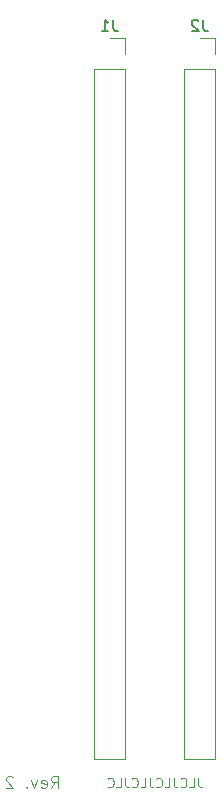
<source format=gbr>
G04 #@! TF.GenerationSoftware,KiCad,Pcbnew,7.0.11+dfsg-1build4*
G04 #@! TF.CreationDate,2024-10-25T09:30:39+09:00*
G04 #@! TF.ProjectId,bionic-scn2650,62696f6e-6963-42d7-9363-6e323635302e,2*
G04 #@! TF.SameCoordinates,Original*
G04 #@! TF.FileFunction,Legend,Bot*
G04 #@! TF.FilePolarity,Positive*
%FSLAX46Y46*%
G04 Gerber Fmt 4.6, Leading zero omitted, Abs format (unit mm)*
G04 Created by KiCad (PCBNEW 7.0.11+dfsg-1build4) date 2024-10-25 09:30:39*
%MOMM*%
%LPD*%
G01*
G04 APERTURE LIST*
%ADD10C,0.100000*%
%ADD11C,0.125000*%
%ADD12C,0.150000*%
%ADD13C,0.120000*%
G04 APERTURE END LIST*
D10*
X118665238Y-136406895D02*
X118665238Y-136978323D01*
X118665238Y-136978323D02*
X118703333Y-137092609D01*
X118703333Y-137092609D02*
X118779524Y-137168800D01*
X118779524Y-137168800D02*
X118893809Y-137206895D01*
X118893809Y-137206895D02*
X118970000Y-137206895D01*
X117903333Y-137206895D02*
X118284285Y-137206895D01*
X118284285Y-137206895D02*
X118284285Y-136406895D01*
X117179523Y-137130704D02*
X117217619Y-137168800D01*
X117217619Y-137168800D02*
X117331904Y-137206895D01*
X117331904Y-137206895D02*
X117408095Y-137206895D01*
X117408095Y-137206895D02*
X117522381Y-137168800D01*
X117522381Y-137168800D02*
X117598571Y-137092609D01*
X117598571Y-137092609D02*
X117636666Y-137016419D01*
X117636666Y-137016419D02*
X117674762Y-136864038D01*
X117674762Y-136864038D02*
X117674762Y-136749752D01*
X117674762Y-136749752D02*
X117636666Y-136597371D01*
X117636666Y-136597371D02*
X117598571Y-136521180D01*
X117598571Y-136521180D02*
X117522381Y-136444990D01*
X117522381Y-136444990D02*
X117408095Y-136406895D01*
X117408095Y-136406895D02*
X117331904Y-136406895D01*
X117331904Y-136406895D02*
X117217619Y-136444990D01*
X117217619Y-136444990D02*
X117179523Y-136483085D01*
X116608095Y-136406895D02*
X116608095Y-136978323D01*
X116608095Y-136978323D02*
X116646190Y-137092609D01*
X116646190Y-137092609D02*
X116722381Y-137168800D01*
X116722381Y-137168800D02*
X116836666Y-137206895D01*
X116836666Y-137206895D02*
X116912857Y-137206895D01*
X115846190Y-137206895D02*
X116227142Y-137206895D01*
X116227142Y-137206895D02*
X116227142Y-136406895D01*
X115122380Y-137130704D02*
X115160476Y-137168800D01*
X115160476Y-137168800D02*
X115274761Y-137206895D01*
X115274761Y-137206895D02*
X115350952Y-137206895D01*
X115350952Y-137206895D02*
X115465238Y-137168800D01*
X115465238Y-137168800D02*
X115541428Y-137092609D01*
X115541428Y-137092609D02*
X115579523Y-137016419D01*
X115579523Y-137016419D02*
X115617619Y-136864038D01*
X115617619Y-136864038D02*
X115617619Y-136749752D01*
X115617619Y-136749752D02*
X115579523Y-136597371D01*
X115579523Y-136597371D02*
X115541428Y-136521180D01*
X115541428Y-136521180D02*
X115465238Y-136444990D01*
X115465238Y-136444990D02*
X115350952Y-136406895D01*
X115350952Y-136406895D02*
X115274761Y-136406895D01*
X115274761Y-136406895D02*
X115160476Y-136444990D01*
X115160476Y-136444990D02*
X115122380Y-136483085D01*
X114550952Y-136406895D02*
X114550952Y-136978323D01*
X114550952Y-136978323D02*
X114589047Y-137092609D01*
X114589047Y-137092609D02*
X114665238Y-137168800D01*
X114665238Y-137168800D02*
X114779523Y-137206895D01*
X114779523Y-137206895D02*
X114855714Y-137206895D01*
X113789047Y-137206895D02*
X114169999Y-137206895D01*
X114169999Y-137206895D02*
X114169999Y-136406895D01*
X113065237Y-137130704D02*
X113103333Y-137168800D01*
X113103333Y-137168800D02*
X113217618Y-137206895D01*
X113217618Y-137206895D02*
X113293809Y-137206895D01*
X113293809Y-137206895D02*
X113408095Y-137168800D01*
X113408095Y-137168800D02*
X113484285Y-137092609D01*
X113484285Y-137092609D02*
X113522380Y-137016419D01*
X113522380Y-137016419D02*
X113560476Y-136864038D01*
X113560476Y-136864038D02*
X113560476Y-136749752D01*
X113560476Y-136749752D02*
X113522380Y-136597371D01*
X113522380Y-136597371D02*
X113484285Y-136521180D01*
X113484285Y-136521180D02*
X113408095Y-136444990D01*
X113408095Y-136444990D02*
X113293809Y-136406895D01*
X113293809Y-136406895D02*
X113217618Y-136406895D01*
X113217618Y-136406895D02*
X113103333Y-136444990D01*
X113103333Y-136444990D02*
X113065237Y-136483085D01*
X112493809Y-136406895D02*
X112493809Y-136978323D01*
X112493809Y-136978323D02*
X112531904Y-137092609D01*
X112531904Y-137092609D02*
X112608095Y-137168800D01*
X112608095Y-137168800D02*
X112722380Y-137206895D01*
X112722380Y-137206895D02*
X112798571Y-137206895D01*
X111731904Y-137206895D02*
X112112856Y-137206895D01*
X112112856Y-137206895D02*
X112112856Y-136406895D01*
X111008094Y-137130704D02*
X111046190Y-137168800D01*
X111046190Y-137168800D02*
X111160475Y-137206895D01*
X111160475Y-137206895D02*
X111236666Y-137206895D01*
X111236666Y-137206895D02*
X111350952Y-137168800D01*
X111350952Y-137168800D02*
X111427142Y-137092609D01*
X111427142Y-137092609D02*
X111465237Y-137016419D01*
X111465237Y-137016419D02*
X111503333Y-136864038D01*
X111503333Y-136864038D02*
X111503333Y-136749752D01*
X111503333Y-136749752D02*
X111465237Y-136597371D01*
X111465237Y-136597371D02*
X111427142Y-136521180D01*
X111427142Y-136521180D02*
X111350952Y-136444990D01*
X111350952Y-136444990D02*
X111236666Y-136406895D01*
X111236666Y-136406895D02*
X111160475Y-136406895D01*
X111160475Y-136406895D02*
X111046190Y-136444990D01*
X111046190Y-136444990D02*
X111008094Y-136483085D01*
D11*
X106204240Y-137258119D02*
X106537573Y-136781928D01*
X106775668Y-137258119D02*
X106775668Y-136258119D01*
X106775668Y-136258119D02*
X106394716Y-136258119D01*
X106394716Y-136258119D02*
X106299478Y-136305738D01*
X106299478Y-136305738D02*
X106251859Y-136353357D01*
X106251859Y-136353357D02*
X106204240Y-136448595D01*
X106204240Y-136448595D02*
X106204240Y-136591452D01*
X106204240Y-136591452D02*
X106251859Y-136686690D01*
X106251859Y-136686690D02*
X106299478Y-136734309D01*
X106299478Y-136734309D02*
X106394716Y-136781928D01*
X106394716Y-136781928D02*
X106775668Y-136781928D01*
X105394716Y-137210500D02*
X105489954Y-137258119D01*
X105489954Y-137258119D02*
X105680430Y-137258119D01*
X105680430Y-137258119D02*
X105775668Y-137210500D01*
X105775668Y-137210500D02*
X105823287Y-137115261D01*
X105823287Y-137115261D02*
X105823287Y-136734309D01*
X105823287Y-136734309D02*
X105775668Y-136639071D01*
X105775668Y-136639071D02*
X105680430Y-136591452D01*
X105680430Y-136591452D02*
X105489954Y-136591452D01*
X105489954Y-136591452D02*
X105394716Y-136639071D01*
X105394716Y-136639071D02*
X105347097Y-136734309D01*
X105347097Y-136734309D02*
X105347097Y-136829547D01*
X105347097Y-136829547D02*
X105823287Y-136924785D01*
X105013763Y-136591452D02*
X104775668Y-137258119D01*
X104775668Y-137258119D02*
X104537573Y-136591452D01*
X104156620Y-137162880D02*
X104109001Y-137210500D01*
X104109001Y-137210500D02*
X104156620Y-137258119D01*
X104156620Y-137258119D02*
X104204239Y-137210500D01*
X104204239Y-137210500D02*
X104156620Y-137162880D01*
X104156620Y-137162880D02*
X104156620Y-137258119D01*
X102966144Y-136353357D02*
X102918525Y-136305738D01*
X102918525Y-136305738D02*
X102823287Y-136258119D01*
X102823287Y-136258119D02*
X102585192Y-136258119D01*
X102585192Y-136258119D02*
X102489954Y-136305738D01*
X102489954Y-136305738D02*
X102442335Y-136353357D01*
X102442335Y-136353357D02*
X102394716Y-136448595D01*
X102394716Y-136448595D02*
X102394716Y-136543833D01*
X102394716Y-136543833D02*
X102442335Y-136686690D01*
X102442335Y-136686690D02*
X103013763Y-137258119D01*
X103013763Y-137258119D02*
X102394716Y-137258119D01*
D12*
X111493333Y-72204819D02*
X111493333Y-72919104D01*
X111493333Y-72919104D02*
X111540952Y-73061961D01*
X111540952Y-73061961D02*
X111636190Y-73157200D01*
X111636190Y-73157200D02*
X111779047Y-73204819D01*
X111779047Y-73204819D02*
X111874285Y-73204819D01*
X110493333Y-73204819D02*
X111064761Y-73204819D01*
X110779047Y-73204819D02*
X110779047Y-72204819D01*
X110779047Y-72204819D02*
X110874285Y-72347676D01*
X110874285Y-72347676D02*
X110969523Y-72442914D01*
X110969523Y-72442914D02*
X111064761Y-72490533D01*
X119113333Y-72204819D02*
X119113333Y-72919104D01*
X119113333Y-72919104D02*
X119160952Y-73061961D01*
X119160952Y-73061961D02*
X119256190Y-73157200D01*
X119256190Y-73157200D02*
X119399047Y-73204819D01*
X119399047Y-73204819D02*
X119494285Y-73204819D01*
X118684761Y-72300057D02*
X118637142Y-72252438D01*
X118637142Y-72252438D02*
X118541904Y-72204819D01*
X118541904Y-72204819D02*
X118303809Y-72204819D01*
X118303809Y-72204819D02*
X118208571Y-72252438D01*
X118208571Y-72252438D02*
X118160952Y-72300057D01*
X118160952Y-72300057D02*
X118113333Y-72395295D01*
X118113333Y-72395295D02*
X118113333Y-72490533D01*
X118113333Y-72490533D02*
X118160952Y-72633390D01*
X118160952Y-72633390D02*
X118732380Y-73204819D01*
X118732380Y-73204819D02*
X118113333Y-73204819D01*
D13*
X112490000Y-134830000D02*
X109830000Y-134830000D01*
X112490000Y-76350000D02*
X112490000Y-134830000D01*
X112490000Y-76350000D02*
X109830000Y-76350000D01*
X112490000Y-75080000D02*
X112490000Y-73750000D01*
X112490000Y-73750000D02*
X111160000Y-73750000D01*
X109830000Y-76350000D02*
X109830000Y-134830000D01*
X120110000Y-134830000D02*
X117450000Y-134830000D01*
X120110000Y-76350000D02*
X120110000Y-134830000D01*
X120110000Y-76350000D02*
X117450000Y-76350000D01*
X120110000Y-75080000D02*
X120110000Y-73750000D01*
X120110000Y-73750000D02*
X118780000Y-73750000D01*
X117450000Y-76350000D02*
X117450000Y-134830000D01*
M02*

</source>
